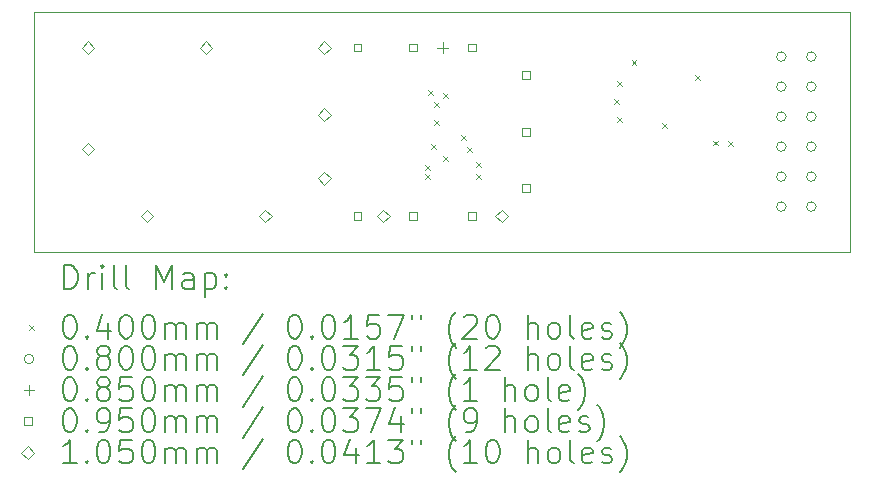
<source format=gbr>
%TF.GenerationSoftware,KiCad,Pcbnew,6.0.11-2627ca5db0~126~ubuntu20.04.1*%
%TF.CreationDate,2023-02-14T16:49:50+01:00*%
%TF.ProjectId,pmod_sfp,706d6f64-5f73-4667-902e-6b696361645f,rev?*%
%TF.SameCoordinates,Original*%
%TF.FileFunction,Drillmap*%
%TF.FilePolarity,Positive*%
%FSLAX45Y45*%
G04 Gerber Fmt 4.5, Leading zero omitted, Abs format (unit mm)*
G04 Created by KiCad (PCBNEW 6.0.11-2627ca5db0~126~ubuntu20.04.1) date 2023-02-14 16:49:50*
%MOMM*%
%LPD*%
G01*
G04 APERTURE LIST*
%ADD10C,0.100000*%
%ADD11C,0.200000*%
%ADD12C,0.040000*%
%ADD13C,0.080000*%
%ADD14C,0.085000*%
%ADD15C,0.095000*%
%ADD16C,0.105000*%
G04 APERTURE END LIST*
D10*
X17983200Y-8128000D02*
X11074400Y-8128000D01*
X11074400Y-8128000D02*
X11074400Y-6299200D01*
X11074400Y-6299200D02*
X11074400Y-6096000D01*
X11074400Y-6096000D02*
X17983200Y-6096000D01*
X17983200Y-6096000D02*
X17983200Y-8128000D01*
D11*
D12*
X14381800Y-7396800D02*
X14421800Y-7436800D01*
X14421800Y-7396800D02*
X14381800Y-7436800D01*
X14381800Y-7473000D02*
X14421800Y-7513000D01*
X14421800Y-7473000D02*
X14381800Y-7513000D01*
X14407200Y-6761800D02*
X14447200Y-6801800D01*
X14447200Y-6761800D02*
X14407200Y-6801800D01*
X14432600Y-7219000D02*
X14472600Y-7259000D01*
X14472600Y-7219000D02*
X14432600Y-7259000D01*
X14458000Y-6863400D02*
X14498000Y-6903400D01*
X14498000Y-6863400D02*
X14458000Y-6903400D01*
X14458000Y-7015800D02*
X14498000Y-7055800D01*
X14498000Y-7015800D02*
X14458000Y-7055800D01*
X14534200Y-6787200D02*
X14574200Y-6827200D01*
X14574200Y-6787200D02*
X14534200Y-6827200D01*
X14534200Y-7320600D02*
X14574200Y-7360600D01*
X14574200Y-7320600D02*
X14534200Y-7360600D01*
X14690044Y-7139285D02*
X14730044Y-7179285D01*
X14730044Y-7139285D02*
X14690044Y-7179285D01*
X14737400Y-7244400D02*
X14777400Y-7284400D01*
X14777400Y-7244400D02*
X14737400Y-7284400D01*
X14813600Y-7371400D02*
X14853600Y-7411400D01*
X14853600Y-7371400D02*
X14813600Y-7411400D01*
X14813600Y-7473000D02*
X14853600Y-7513000D01*
X14853600Y-7473000D02*
X14813600Y-7513000D01*
X15982000Y-6838000D02*
X16022000Y-6878000D01*
X16022000Y-6838000D02*
X15982000Y-6878000D01*
X16005737Y-6990590D02*
X16045737Y-7030590D01*
X16045737Y-6990590D02*
X16005737Y-7030590D01*
X16007400Y-6685600D02*
X16047400Y-6725600D01*
X16047400Y-6685600D02*
X16007400Y-6725600D01*
X16131600Y-6507800D02*
X16171600Y-6547800D01*
X16171600Y-6507800D02*
X16131600Y-6547800D01*
X16388830Y-7041630D02*
X16428830Y-7081630D01*
X16428830Y-7041630D02*
X16388830Y-7081630D01*
X16667800Y-6634800D02*
X16707800Y-6674800D01*
X16707800Y-6634800D02*
X16667800Y-6674800D01*
X16820200Y-7187350D02*
X16860200Y-7227350D01*
X16860200Y-7187350D02*
X16820200Y-7227350D01*
X16947200Y-7193600D02*
X16987200Y-7233600D01*
X16987200Y-7193600D02*
X16947200Y-7233600D01*
D13*
X17439000Y-6477000D02*
G75*
G03*
X17439000Y-6477000I-40000J0D01*
G01*
X17439000Y-6731000D02*
G75*
G03*
X17439000Y-6731000I-40000J0D01*
G01*
X17439000Y-6985000D02*
G75*
G03*
X17439000Y-6985000I-40000J0D01*
G01*
X17439000Y-7239000D02*
G75*
G03*
X17439000Y-7239000I-40000J0D01*
G01*
X17439000Y-7493000D02*
G75*
G03*
X17439000Y-7493000I-40000J0D01*
G01*
X17439000Y-7747000D02*
G75*
G03*
X17439000Y-7747000I-40000J0D01*
G01*
X17693000Y-6477000D02*
G75*
G03*
X17693000Y-6477000I-40000J0D01*
G01*
X17693000Y-6731000D02*
G75*
G03*
X17693000Y-6731000I-40000J0D01*
G01*
X17693000Y-6985000D02*
G75*
G03*
X17693000Y-6985000I-40000J0D01*
G01*
X17693000Y-7239000D02*
G75*
G03*
X17693000Y-7239000I-40000J0D01*
G01*
X17693000Y-7493000D02*
G75*
G03*
X17693000Y-7493000I-40000J0D01*
G01*
X17693000Y-7747000D02*
G75*
G03*
X17693000Y-7747000I-40000J0D01*
G01*
D14*
X14530000Y-6357000D02*
X14530000Y-6442000D01*
X14487500Y-6399500D02*
X14572500Y-6399500D01*
D15*
X13843588Y-6433088D02*
X13843588Y-6365912D01*
X13776412Y-6365912D01*
X13776412Y-6433088D01*
X13843588Y-6433088D01*
X13843588Y-7858088D02*
X13843588Y-7790912D01*
X13776412Y-7790912D01*
X13776412Y-7858088D01*
X13843588Y-7858088D01*
X14313588Y-6433088D02*
X14313588Y-6365912D01*
X14246412Y-6365912D01*
X14246412Y-6433088D01*
X14313588Y-6433088D01*
X14313588Y-7858088D02*
X14313588Y-7790912D01*
X14246412Y-7790912D01*
X14246412Y-7858088D01*
X14313588Y-7858088D01*
X14813588Y-6433088D02*
X14813588Y-6365912D01*
X14746412Y-6365912D01*
X14746412Y-6433088D01*
X14813588Y-6433088D01*
X14813588Y-7858088D02*
X14813588Y-7790912D01*
X14746412Y-7790912D01*
X14746412Y-7858088D01*
X14813588Y-7858088D01*
X15273588Y-6665588D02*
X15273588Y-6598412D01*
X15206412Y-6598412D01*
X15206412Y-6665588D01*
X15273588Y-6665588D01*
X15273588Y-7145588D02*
X15273588Y-7078412D01*
X15206412Y-7078412D01*
X15206412Y-7145588D01*
X15273588Y-7145588D01*
X15273588Y-7625588D02*
X15273588Y-7558412D01*
X15206412Y-7558412D01*
X15206412Y-7625588D01*
X15273588Y-7625588D01*
D16*
X11530000Y-6452000D02*
X11582500Y-6399500D01*
X11530000Y-6347000D01*
X11477500Y-6399500D01*
X11530000Y-6452000D01*
X11530000Y-7309500D02*
X11582500Y-7257000D01*
X11530000Y-7204500D01*
X11477500Y-7257000D01*
X11530000Y-7309500D01*
X12030000Y-7877000D02*
X12082500Y-7824500D01*
X12030000Y-7772000D01*
X11977500Y-7824500D01*
X12030000Y-7877000D01*
X12530000Y-6452000D02*
X12582500Y-6399500D01*
X12530000Y-6347000D01*
X12477500Y-6399500D01*
X12530000Y-6452000D01*
X13030000Y-7877000D02*
X13082500Y-7824500D01*
X13030000Y-7772000D01*
X12977500Y-7824500D01*
X13030000Y-7877000D01*
X13530000Y-6452000D02*
X13582500Y-6399500D01*
X13530000Y-6347000D01*
X13477500Y-6399500D01*
X13530000Y-6452000D01*
X13530000Y-7019500D02*
X13582500Y-6967000D01*
X13530000Y-6914500D01*
X13477500Y-6967000D01*
X13530000Y-7019500D01*
X13530000Y-7559500D02*
X13582500Y-7507000D01*
X13530000Y-7454500D01*
X13477500Y-7507000D01*
X13530000Y-7559500D01*
X14030000Y-7877000D02*
X14082500Y-7824500D01*
X14030000Y-7772000D01*
X13977500Y-7824500D01*
X14030000Y-7877000D01*
X15030000Y-7877000D02*
X15082500Y-7824500D01*
X15030000Y-7772000D01*
X14977500Y-7824500D01*
X15030000Y-7877000D01*
D11*
X11327019Y-8443476D02*
X11327019Y-8243476D01*
X11374638Y-8243476D01*
X11403209Y-8253000D01*
X11422257Y-8272048D01*
X11431781Y-8291095D01*
X11441305Y-8329190D01*
X11441305Y-8357762D01*
X11431781Y-8395857D01*
X11422257Y-8414905D01*
X11403209Y-8433952D01*
X11374638Y-8443476D01*
X11327019Y-8443476D01*
X11527019Y-8443476D02*
X11527019Y-8310143D01*
X11527019Y-8348238D02*
X11536543Y-8329190D01*
X11546067Y-8319667D01*
X11565114Y-8310143D01*
X11584162Y-8310143D01*
X11650828Y-8443476D02*
X11650828Y-8310143D01*
X11650828Y-8243476D02*
X11641305Y-8253000D01*
X11650828Y-8262524D01*
X11660352Y-8253000D01*
X11650828Y-8243476D01*
X11650828Y-8262524D01*
X11774638Y-8443476D02*
X11755590Y-8433952D01*
X11746067Y-8414905D01*
X11746067Y-8243476D01*
X11879400Y-8443476D02*
X11860352Y-8433952D01*
X11850828Y-8414905D01*
X11850828Y-8243476D01*
X12107971Y-8443476D02*
X12107971Y-8243476D01*
X12174638Y-8386333D01*
X12241305Y-8243476D01*
X12241305Y-8443476D01*
X12422257Y-8443476D02*
X12422257Y-8338714D01*
X12412733Y-8319667D01*
X12393686Y-8310143D01*
X12355590Y-8310143D01*
X12336543Y-8319667D01*
X12422257Y-8433952D02*
X12403209Y-8443476D01*
X12355590Y-8443476D01*
X12336543Y-8433952D01*
X12327019Y-8414905D01*
X12327019Y-8395857D01*
X12336543Y-8376809D01*
X12355590Y-8367286D01*
X12403209Y-8367286D01*
X12422257Y-8357762D01*
X12517495Y-8310143D02*
X12517495Y-8510143D01*
X12517495Y-8319667D02*
X12536543Y-8310143D01*
X12574638Y-8310143D01*
X12593686Y-8319667D01*
X12603209Y-8329190D01*
X12612733Y-8348238D01*
X12612733Y-8405381D01*
X12603209Y-8424429D01*
X12593686Y-8433952D01*
X12574638Y-8443476D01*
X12536543Y-8443476D01*
X12517495Y-8433952D01*
X12698448Y-8424429D02*
X12707971Y-8433952D01*
X12698448Y-8443476D01*
X12688924Y-8433952D01*
X12698448Y-8424429D01*
X12698448Y-8443476D01*
X12698448Y-8319667D02*
X12707971Y-8329190D01*
X12698448Y-8338714D01*
X12688924Y-8329190D01*
X12698448Y-8319667D01*
X12698448Y-8338714D01*
D12*
X11029400Y-8753000D02*
X11069400Y-8793000D01*
X11069400Y-8753000D02*
X11029400Y-8793000D01*
D11*
X11365114Y-8663476D02*
X11384162Y-8663476D01*
X11403209Y-8673000D01*
X11412733Y-8682524D01*
X11422257Y-8701571D01*
X11431781Y-8739667D01*
X11431781Y-8787286D01*
X11422257Y-8825381D01*
X11412733Y-8844429D01*
X11403209Y-8853952D01*
X11384162Y-8863476D01*
X11365114Y-8863476D01*
X11346067Y-8853952D01*
X11336543Y-8844429D01*
X11327019Y-8825381D01*
X11317495Y-8787286D01*
X11317495Y-8739667D01*
X11327019Y-8701571D01*
X11336543Y-8682524D01*
X11346067Y-8673000D01*
X11365114Y-8663476D01*
X11517495Y-8844429D02*
X11527019Y-8853952D01*
X11517495Y-8863476D01*
X11507971Y-8853952D01*
X11517495Y-8844429D01*
X11517495Y-8863476D01*
X11698448Y-8730143D02*
X11698448Y-8863476D01*
X11650828Y-8653952D02*
X11603209Y-8796810D01*
X11727019Y-8796810D01*
X11841305Y-8663476D02*
X11860352Y-8663476D01*
X11879400Y-8673000D01*
X11888924Y-8682524D01*
X11898448Y-8701571D01*
X11907971Y-8739667D01*
X11907971Y-8787286D01*
X11898448Y-8825381D01*
X11888924Y-8844429D01*
X11879400Y-8853952D01*
X11860352Y-8863476D01*
X11841305Y-8863476D01*
X11822257Y-8853952D01*
X11812733Y-8844429D01*
X11803209Y-8825381D01*
X11793686Y-8787286D01*
X11793686Y-8739667D01*
X11803209Y-8701571D01*
X11812733Y-8682524D01*
X11822257Y-8673000D01*
X11841305Y-8663476D01*
X12031781Y-8663476D02*
X12050828Y-8663476D01*
X12069876Y-8673000D01*
X12079400Y-8682524D01*
X12088924Y-8701571D01*
X12098448Y-8739667D01*
X12098448Y-8787286D01*
X12088924Y-8825381D01*
X12079400Y-8844429D01*
X12069876Y-8853952D01*
X12050828Y-8863476D01*
X12031781Y-8863476D01*
X12012733Y-8853952D01*
X12003209Y-8844429D01*
X11993686Y-8825381D01*
X11984162Y-8787286D01*
X11984162Y-8739667D01*
X11993686Y-8701571D01*
X12003209Y-8682524D01*
X12012733Y-8673000D01*
X12031781Y-8663476D01*
X12184162Y-8863476D02*
X12184162Y-8730143D01*
X12184162Y-8749190D02*
X12193686Y-8739667D01*
X12212733Y-8730143D01*
X12241305Y-8730143D01*
X12260352Y-8739667D01*
X12269876Y-8758714D01*
X12269876Y-8863476D01*
X12269876Y-8758714D02*
X12279400Y-8739667D01*
X12298448Y-8730143D01*
X12327019Y-8730143D01*
X12346067Y-8739667D01*
X12355590Y-8758714D01*
X12355590Y-8863476D01*
X12450828Y-8863476D02*
X12450828Y-8730143D01*
X12450828Y-8749190D02*
X12460352Y-8739667D01*
X12479400Y-8730143D01*
X12507971Y-8730143D01*
X12527019Y-8739667D01*
X12536543Y-8758714D01*
X12536543Y-8863476D01*
X12536543Y-8758714D02*
X12546067Y-8739667D01*
X12565114Y-8730143D01*
X12593686Y-8730143D01*
X12612733Y-8739667D01*
X12622257Y-8758714D01*
X12622257Y-8863476D01*
X13012733Y-8653952D02*
X12841305Y-8911095D01*
X13269876Y-8663476D02*
X13288924Y-8663476D01*
X13307971Y-8673000D01*
X13317495Y-8682524D01*
X13327019Y-8701571D01*
X13336543Y-8739667D01*
X13336543Y-8787286D01*
X13327019Y-8825381D01*
X13317495Y-8844429D01*
X13307971Y-8853952D01*
X13288924Y-8863476D01*
X13269876Y-8863476D01*
X13250828Y-8853952D01*
X13241305Y-8844429D01*
X13231781Y-8825381D01*
X13222257Y-8787286D01*
X13222257Y-8739667D01*
X13231781Y-8701571D01*
X13241305Y-8682524D01*
X13250828Y-8673000D01*
X13269876Y-8663476D01*
X13422257Y-8844429D02*
X13431781Y-8853952D01*
X13422257Y-8863476D01*
X13412733Y-8853952D01*
X13422257Y-8844429D01*
X13422257Y-8863476D01*
X13555590Y-8663476D02*
X13574638Y-8663476D01*
X13593686Y-8673000D01*
X13603209Y-8682524D01*
X13612733Y-8701571D01*
X13622257Y-8739667D01*
X13622257Y-8787286D01*
X13612733Y-8825381D01*
X13603209Y-8844429D01*
X13593686Y-8853952D01*
X13574638Y-8863476D01*
X13555590Y-8863476D01*
X13536543Y-8853952D01*
X13527019Y-8844429D01*
X13517495Y-8825381D01*
X13507971Y-8787286D01*
X13507971Y-8739667D01*
X13517495Y-8701571D01*
X13527019Y-8682524D01*
X13536543Y-8673000D01*
X13555590Y-8663476D01*
X13812733Y-8863476D02*
X13698448Y-8863476D01*
X13755590Y-8863476D02*
X13755590Y-8663476D01*
X13736543Y-8692048D01*
X13717495Y-8711095D01*
X13698448Y-8720619D01*
X13993686Y-8663476D02*
X13898448Y-8663476D01*
X13888924Y-8758714D01*
X13898448Y-8749190D01*
X13917495Y-8739667D01*
X13965114Y-8739667D01*
X13984162Y-8749190D01*
X13993686Y-8758714D01*
X14003209Y-8777762D01*
X14003209Y-8825381D01*
X13993686Y-8844429D01*
X13984162Y-8853952D01*
X13965114Y-8863476D01*
X13917495Y-8863476D01*
X13898448Y-8853952D01*
X13888924Y-8844429D01*
X14069876Y-8663476D02*
X14203209Y-8663476D01*
X14117495Y-8863476D01*
X14269876Y-8663476D02*
X14269876Y-8701571D01*
X14346067Y-8663476D02*
X14346067Y-8701571D01*
X14641305Y-8939667D02*
X14631781Y-8930143D01*
X14612733Y-8901571D01*
X14603209Y-8882524D01*
X14593686Y-8853952D01*
X14584162Y-8806333D01*
X14584162Y-8768238D01*
X14593686Y-8720619D01*
X14603209Y-8692048D01*
X14612733Y-8673000D01*
X14631781Y-8644429D01*
X14641305Y-8634905D01*
X14707971Y-8682524D02*
X14717495Y-8673000D01*
X14736543Y-8663476D01*
X14784162Y-8663476D01*
X14803209Y-8673000D01*
X14812733Y-8682524D01*
X14822257Y-8701571D01*
X14822257Y-8720619D01*
X14812733Y-8749190D01*
X14698448Y-8863476D01*
X14822257Y-8863476D01*
X14946067Y-8663476D02*
X14965114Y-8663476D01*
X14984162Y-8673000D01*
X14993686Y-8682524D01*
X15003209Y-8701571D01*
X15012733Y-8739667D01*
X15012733Y-8787286D01*
X15003209Y-8825381D01*
X14993686Y-8844429D01*
X14984162Y-8853952D01*
X14965114Y-8863476D01*
X14946067Y-8863476D01*
X14927019Y-8853952D01*
X14917495Y-8844429D01*
X14907971Y-8825381D01*
X14898448Y-8787286D01*
X14898448Y-8739667D01*
X14907971Y-8701571D01*
X14917495Y-8682524D01*
X14927019Y-8673000D01*
X14946067Y-8663476D01*
X15250828Y-8863476D02*
X15250828Y-8663476D01*
X15336543Y-8863476D02*
X15336543Y-8758714D01*
X15327019Y-8739667D01*
X15307971Y-8730143D01*
X15279400Y-8730143D01*
X15260352Y-8739667D01*
X15250828Y-8749190D01*
X15460352Y-8863476D02*
X15441305Y-8853952D01*
X15431781Y-8844429D01*
X15422257Y-8825381D01*
X15422257Y-8768238D01*
X15431781Y-8749190D01*
X15441305Y-8739667D01*
X15460352Y-8730143D01*
X15488924Y-8730143D01*
X15507971Y-8739667D01*
X15517495Y-8749190D01*
X15527019Y-8768238D01*
X15527019Y-8825381D01*
X15517495Y-8844429D01*
X15507971Y-8853952D01*
X15488924Y-8863476D01*
X15460352Y-8863476D01*
X15641305Y-8863476D02*
X15622257Y-8853952D01*
X15612733Y-8834905D01*
X15612733Y-8663476D01*
X15793686Y-8853952D02*
X15774638Y-8863476D01*
X15736543Y-8863476D01*
X15717495Y-8853952D01*
X15707971Y-8834905D01*
X15707971Y-8758714D01*
X15717495Y-8739667D01*
X15736543Y-8730143D01*
X15774638Y-8730143D01*
X15793686Y-8739667D01*
X15803209Y-8758714D01*
X15803209Y-8777762D01*
X15707971Y-8796810D01*
X15879400Y-8853952D02*
X15898448Y-8863476D01*
X15936543Y-8863476D01*
X15955590Y-8853952D01*
X15965114Y-8834905D01*
X15965114Y-8825381D01*
X15955590Y-8806333D01*
X15936543Y-8796810D01*
X15907971Y-8796810D01*
X15888924Y-8787286D01*
X15879400Y-8768238D01*
X15879400Y-8758714D01*
X15888924Y-8739667D01*
X15907971Y-8730143D01*
X15936543Y-8730143D01*
X15955590Y-8739667D01*
X16031781Y-8939667D02*
X16041305Y-8930143D01*
X16060352Y-8901571D01*
X16069876Y-8882524D01*
X16079400Y-8853952D01*
X16088924Y-8806333D01*
X16088924Y-8768238D01*
X16079400Y-8720619D01*
X16069876Y-8692048D01*
X16060352Y-8673000D01*
X16041305Y-8644429D01*
X16031781Y-8634905D01*
D13*
X11069400Y-9037000D02*
G75*
G03*
X11069400Y-9037000I-40000J0D01*
G01*
D11*
X11365114Y-8927476D02*
X11384162Y-8927476D01*
X11403209Y-8937000D01*
X11412733Y-8946524D01*
X11422257Y-8965571D01*
X11431781Y-9003667D01*
X11431781Y-9051286D01*
X11422257Y-9089381D01*
X11412733Y-9108429D01*
X11403209Y-9117952D01*
X11384162Y-9127476D01*
X11365114Y-9127476D01*
X11346067Y-9117952D01*
X11336543Y-9108429D01*
X11327019Y-9089381D01*
X11317495Y-9051286D01*
X11317495Y-9003667D01*
X11327019Y-8965571D01*
X11336543Y-8946524D01*
X11346067Y-8937000D01*
X11365114Y-8927476D01*
X11517495Y-9108429D02*
X11527019Y-9117952D01*
X11517495Y-9127476D01*
X11507971Y-9117952D01*
X11517495Y-9108429D01*
X11517495Y-9127476D01*
X11641305Y-9013190D02*
X11622257Y-9003667D01*
X11612733Y-8994143D01*
X11603209Y-8975095D01*
X11603209Y-8965571D01*
X11612733Y-8946524D01*
X11622257Y-8937000D01*
X11641305Y-8927476D01*
X11679400Y-8927476D01*
X11698448Y-8937000D01*
X11707971Y-8946524D01*
X11717495Y-8965571D01*
X11717495Y-8975095D01*
X11707971Y-8994143D01*
X11698448Y-9003667D01*
X11679400Y-9013190D01*
X11641305Y-9013190D01*
X11622257Y-9022714D01*
X11612733Y-9032238D01*
X11603209Y-9051286D01*
X11603209Y-9089381D01*
X11612733Y-9108429D01*
X11622257Y-9117952D01*
X11641305Y-9127476D01*
X11679400Y-9127476D01*
X11698448Y-9117952D01*
X11707971Y-9108429D01*
X11717495Y-9089381D01*
X11717495Y-9051286D01*
X11707971Y-9032238D01*
X11698448Y-9022714D01*
X11679400Y-9013190D01*
X11841305Y-8927476D02*
X11860352Y-8927476D01*
X11879400Y-8937000D01*
X11888924Y-8946524D01*
X11898448Y-8965571D01*
X11907971Y-9003667D01*
X11907971Y-9051286D01*
X11898448Y-9089381D01*
X11888924Y-9108429D01*
X11879400Y-9117952D01*
X11860352Y-9127476D01*
X11841305Y-9127476D01*
X11822257Y-9117952D01*
X11812733Y-9108429D01*
X11803209Y-9089381D01*
X11793686Y-9051286D01*
X11793686Y-9003667D01*
X11803209Y-8965571D01*
X11812733Y-8946524D01*
X11822257Y-8937000D01*
X11841305Y-8927476D01*
X12031781Y-8927476D02*
X12050828Y-8927476D01*
X12069876Y-8937000D01*
X12079400Y-8946524D01*
X12088924Y-8965571D01*
X12098448Y-9003667D01*
X12098448Y-9051286D01*
X12088924Y-9089381D01*
X12079400Y-9108429D01*
X12069876Y-9117952D01*
X12050828Y-9127476D01*
X12031781Y-9127476D01*
X12012733Y-9117952D01*
X12003209Y-9108429D01*
X11993686Y-9089381D01*
X11984162Y-9051286D01*
X11984162Y-9003667D01*
X11993686Y-8965571D01*
X12003209Y-8946524D01*
X12012733Y-8937000D01*
X12031781Y-8927476D01*
X12184162Y-9127476D02*
X12184162Y-8994143D01*
X12184162Y-9013190D02*
X12193686Y-9003667D01*
X12212733Y-8994143D01*
X12241305Y-8994143D01*
X12260352Y-9003667D01*
X12269876Y-9022714D01*
X12269876Y-9127476D01*
X12269876Y-9022714D02*
X12279400Y-9003667D01*
X12298448Y-8994143D01*
X12327019Y-8994143D01*
X12346067Y-9003667D01*
X12355590Y-9022714D01*
X12355590Y-9127476D01*
X12450828Y-9127476D02*
X12450828Y-8994143D01*
X12450828Y-9013190D02*
X12460352Y-9003667D01*
X12479400Y-8994143D01*
X12507971Y-8994143D01*
X12527019Y-9003667D01*
X12536543Y-9022714D01*
X12536543Y-9127476D01*
X12536543Y-9022714D02*
X12546067Y-9003667D01*
X12565114Y-8994143D01*
X12593686Y-8994143D01*
X12612733Y-9003667D01*
X12622257Y-9022714D01*
X12622257Y-9127476D01*
X13012733Y-8917952D02*
X12841305Y-9175095D01*
X13269876Y-8927476D02*
X13288924Y-8927476D01*
X13307971Y-8937000D01*
X13317495Y-8946524D01*
X13327019Y-8965571D01*
X13336543Y-9003667D01*
X13336543Y-9051286D01*
X13327019Y-9089381D01*
X13317495Y-9108429D01*
X13307971Y-9117952D01*
X13288924Y-9127476D01*
X13269876Y-9127476D01*
X13250828Y-9117952D01*
X13241305Y-9108429D01*
X13231781Y-9089381D01*
X13222257Y-9051286D01*
X13222257Y-9003667D01*
X13231781Y-8965571D01*
X13241305Y-8946524D01*
X13250828Y-8937000D01*
X13269876Y-8927476D01*
X13422257Y-9108429D02*
X13431781Y-9117952D01*
X13422257Y-9127476D01*
X13412733Y-9117952D01*
X13422257Y-9108429D01*
X13422257Y-9127476D01*
X13555590Y-8927476D02*
X13574638Y-8927476D01*
X13593686Y-8937000D01*
X13603209Y-8946524D01*
X13612733Y-8965571D01*
X13622257Y-9003667D01*
X13622257Y-9051286D01*
X13612733Y-9089381D01*
X13603209Y-9108429D01*
X13593686Y-9117952D01*
X13574638Y-9127476D01*
X13555590Y-9127476D01*
X13536543Y-9117952D01*
X13527019Y-9108429D01*
X13517495Y-9089381D01*
X13507971Y-9051286D01*
X13507971Y-9003667D01*
X13517495Y-8965571D01*
X13527019Y-8946524D01*
X13536543Y-8937000D01*
X13555590Y-8927476D01*
X13688924Y-8927476D02*
X13812733Y-8927476D01*
X13746067Y-9003667D01*
X13774638Y-9003667D01*
X13793686Y-9013190D01*
X13803209Y-9022714D01*
X13812733Y-9041762D01*
X13812733Y-9089381D01*
X13803209Y-9108429D01*
X13793686Y-9117952D01*
X13774638Y-9127476D01*
X13717495Y-9127476D01*
X13698448Y-9117952D01*
X13688924Y-9108429D01*
X14003209Y-9127476D02*
X13888924Y-9127476D01*
X13946067Y-9127476D02*
X13946067Y-8927476D01*
X13927019Y-8956048D01*
X13907971Y-8975095D01*
X13888924Y-8984619D01*
X14184162Y-8927476D02*
X14088924Y-8927476D01*
X14079400Y-9022714D01*
X14088924Y-9013190D01*
X14107971Y-9003667D01*
X14155590Y-9003667D01*
X14174638Y-9013190D01*
X14184162Y-9022714D01*
X14193686Y-9041762D01*
X14193686Y-9089381D01*
X14184162Y-9108429D01*
X14174638Y-9117952D01*
X14155590Y-9127476D01*
X14107971Y-9127476D01*
X14088924Y-9117952D01*
X14079400Y-9108429D01*
X14269876Y-8927476D02*
X14269876Y-8965571D01*
X14346067Y-8927476D02*
X14346067Y-8965571D01*
X14641305Y-9203667D02*
X14631781Y-9194143D01*
X14612733Y-9165571D01*
X14603209Y-9146524D01*
X14593686Y-9117952D01*
X14584162Y-9070333D01*
X14584162Y-9032238D01*
X14593686Y-8984619D01*
X14603209Y-8956048D01*
X14612733Y-8937000D01*
X14631781Y-8908429D01*
X14641305Y-8898905D01*
X14822257Y-9127476D02*
X14707971Y-9127476D01*
X14765114Y-9127476D02*
X14765114Y-8927476D01*
X14746067Y-8956048D01*
X14727019Y-8975095D01*
X14707971Y-8984619D01*
X14898448Y-8946524D02*
X14907971Y-8937000D01*
X14927019Y-8927476D01*
X14974638Y-8927476D01*
X14993686Y-8937000D01*
X15003209Y-8946524D01*
X15012733Y-8965571D01*
X15012733Y-8984619D01*
X15003209Y-9013190D01*
X14888924Y-9127476D01*
X15012733Y-9127476D01*
X15250828Y-9127476D02*
X15250828Y-8927476D01*
X15336543Y-9127476D02*
X15336543Y-9022714D01*
X15327019Y-9003667D01*
X15307971Y-8994143D01*
X15279400Y-8994143D01*
X15260352Y-9003667D01*
X15250828Y-9013190D01*
X15460352Y-9127476D02*
X15441305Y-9117952D01*
X15431781Y-9108429D01*
X15422257Y-9089381D01*
X15422257Y-9032238D01*
X15431781Y-9013190D01*
X15441305Y-9003667D01*
X15460352Y-8994143D01*
X15488924Y-8994143D01*
X15507971Y-9003667D01*
X15517495Y-9013190D01*
X15527019Y-9032238D01*
X15527019Y-9089381D01*
X15517495Y-9108429D01*
X15507971Y-9117952D01*
X15488924Y-9127476D01*
X15460352Y-9127476D01*
X15641305Y-9127476D02*
X15622257Y-9117952D01*
X15612733Y-9098905D01*
X15612733Y-8927476D01*
X15793686Y-9117952D02*
X15774638Y-9127476D01*
X15736543Y-9127476D01*
X15717495Y-9117952D01*
X15707971Y-9098905D01*
X15707971Y-9022714D01*
X15717495Y-9003667D01*
X15736543Y-8994143D01*
X15774638Y-8994143D01*
X15793686Y-9003667D01*
X15803209Y-9022714D01*
X15803209Y-9041762D01*
X15707971Y-9060810D01*
X15879400Y-9117952D02*
X15898448Y-9127476D01*
X15936543Y-9127476D01*
X15955590Y-9117952D01*
X15965114Y-9098905D01*
X15965114Y-9089381D01*
X15955590Y-9070333D01*
X15936543Y-9060810D01*
X15907971Y-9060810D01*
X15888924Y-9051286D01*
X15879400Y-9032238D01*
X15879400Y-9022714D01*
X15888924Y-9003667D01*
X15907971Y-8994143D01*
X15936543Y-8994143D01*
X15955590Y-9003667D01*
X16031781Y-9203667D02*
X16041305Y-9194143D01*
X16060352Y-9165571D01*
X16069876Y-9146524D01*
X16079400Y-9117952D01*
X16088924Y-9070333D01*
X16088924Y-9032238D01*
X16079400Y-8984619D01*
X16069876Y-8956048D01*
X16060352Y-8937000D01*
X16041305Y-8908429D01*
X16031781Y-8898905D01*
D14*
X11026900Y-9258500D02*
X11026900Y-9343500D01*
X10984400Y-9301000D02*
X11069400Y-9301000D01*
D11*
X11365114Y-9191476D02*
X11384162Y-9191476D01*
X11403209Y-9201000D01*
X11412733Y-9210524D01*
X11422257Y-9229571D01*
X11431781Y-9267667D01*
X11431781Y-9315286D01*
X11422257Y-9353381D01*
X11412733Y-9372429D01*
X11403209Y-9381952D01*
X11384162Y-9391476D01*
X11365114Y-9391476D01*
X11346067Y-9381952D01*
X11336543Y-9372429D01*
X11327019Y-9353381D01*
X11317495Y-9315286D01*
X11317495Y-9267667D01*
X11327019Y-9229571D01*
X11336543Y-9210524D01*
X11346067Y-9201000D01*
X11365114Y-9191476D01*
X11517495Y-9372429D02*
X11527019Y-9381952D01*
X11517495Y-9391476D01*
X11507971Y-9381952D01*
X11517495Y-9372429D01*
X11517495Y-9391476D01*
X11641305Y-9277190D02*
X11622257Y-9267667D01*
X11612733Y-9258143D01*
X11603209Y-9239095D01*
X11603209Y-9229571D01*
X11612733Y-9210524D01*
X11622257Y-9201000D01*
X11641305Y-9191476D01*
X11679400Y-9191476D01*
X11698448Y-9201000D01*
X11707971Y-9210524D01*
X11717495Y-9229571D01*
X11717495Y-9239095D01*
X11707971Y-9258143D01*
X11698448Y-9267667D01*
X11679400Y-9277190D01*
X11641305Y-9277190D01*
X11622257Y-9286714D01*
X11612733Y-9296238D01*
X11603209Y-9315286D01*
X11603209Y-9353381D01*
X11612733Y-9372429D01*
X11622257Y-9381952D01*
X11641305Y-9391476D01*
X11679400Y-9391476D01*
X11698448Y-9381952D01*
X11707971Y-9372429D01*
X11717495Y-9353381D01*
X11717495Y-9315286D01*
X11707971Y-9296238D01*
X11698448Y-9286714D01*
X11679400Y-9277190D01*
X11898448Y-9191476D02*
X11803209Y-9191476D01*
X11793686Y-9286714D01*
X11803209Y-9277190D01*
X11822257Y-9267667D01*
X11869876Y-9267667D01*
X11888924Y-9277190D01*
X11898448Y-9286714D01*
X11907971Y-9305762D01*
X11907971Y-9353381D01*
X11898448Y-9372429D01*
X11888924Y-9381952D01*
X11869876Y-9391476D01*
X11822257Y-9391476D01*
X11803209Y-9381952D01*
X11793686Y-9372429D01*
X12031781Y-9191476D02*
X12050828Y-9191476D01*
X12069876Y-9201000D01*
X12079400Y-9210524D01*
X12088924Y-9229571D01*
X12098448Y-9267667D01*
X12098448Y-9315286D01*
X12088924Y-9353381D01*
X12079400Y-9372429D01*
X12069876Y-9381952D01*
X12050828Y-9391476D01*
X12031781Y-9391476D01*
X12012733Y-9381952D01*
X12003209Y-9372429D01*
X11993686Y-9353381D01*
X11984162Y-9315286D01*
X11984162Y-9267667D01*
X11993686Y-9229571D01*
X12003209Y-9210524D01*
X12012733Y-9201000D01*
X12031781Y-9191476D01*
X12184162Y-9391476D02*
X12184162Y-9258143D01*
X12184162Y-9277190D02*
X12193686Y-9267667D01*
X12212733Y-9258143D01*
X12241305Y-9258143D01*
X12260352Y-9267667D01*
X12269876Y-9286714D01*
X12269876Y-9391476D01*
X12269876Y-9286714D02*
X12279400Y-9267667D01*
X12298448Y-9258143D01*
X12327019Y-9258143D01*
X12346067Y-9267667D01*
X12355590Y-9286714D01*
X12355590Y-9391476D01*
X12450828Y-9391476D02*
X12450828Y-9258143D01*
X12450828Y-9277190D02*
X12460352Y-9267667D01*
X12479400Y-9258143D01*
X12507971Y-9258143D01*
X12527019Y-9267667D01*
X12536543Y-9286714D01*
X12536543Y-9391476D01*
X12536543Y-9286714D02*
X12546067Y-9267667D01*
X12565114Y-9258143D01*
X12593686Y-9258143D01*
X12612733Y-9267667D01*
X12622257Y-9286714D01*
X12622257Y-9391476D01*
X13012733Y-9181952D02*
X12841305Y-9439095D01*
X13269876Y-9191476D02*
X13288924Y-9191476D01*
X13307971Y-9201000D01*
X13317495Y-9210524D01*
X13327019Y-9229571D01*
X13336543Y-9267667D01*
X13336543Y-9315286D01*
X13327019Y-9353381D01*
X13317495Y-9372429D01*
X13307971Y-9381952D01*
X13288924Y-9391476D01*
X13269876Y-9391476D01*
X13250828Y-9381952D01*
X13241305Y-9372429D01*
X13231781Y-9353381D01*
X13222257Y-9315286D01*
X13222257Y-9267667D01*
X13231781Y-9229571D01*
X13241305Y-9210524D01*
X13250828Y-9201000D01*
X13269876Y-9191476D01*
X13422257Y-9372429D02*
X13431781Y-9381952D01*
X13422257Y-9391476D01*
X13412733Y-9381952D01*
X13422257Y-9372429D01*
X13422257Y-9391476D01*
X13555590Y-9191476D02*
X13574638Y-9191476D01*
X13593686Y-9201000D01*
X13603209Y-9210524D01*
X13612733Y-9229571D01*
X13622257Y-9267667D01*
X13622257Y-9315286D01*
X13612733Y-9353381D01*
X13603209Y-9372429D01*
X13593686Y-9381952D01*
X13574638Y-9391476D01*
X13555590Y-9391476D01*
X13536543Y-9381952D01*
X13527019Y-9372429D01*
X13517495Y-9353381D01*
X13507971Y-9315286D01*
X13507971Y-9267667D01*
X13517495Y-9229571D01*
X13527019Y-9210524D01*
X13536543Y-9201000D01*
X13555590Y-9191476D01*
X13688924Y-9191476D02*
X13812733Y-9191476D01*
X13746067Y-9267667D01*
X13774638Y-9267667D01*
X13793686Y-9277190D01*
X13803209Y-9286714D01*
X13812733Y-9305762D01*
X13812733Y-9353381D01*
X13803209Y-9372429D01*
X13793686Y-9381952D01*
X13774638Y-9391476D01*
X13717495Y-9391476D01*
X13698448Y-9381952D01*
X13688924Y-9372429D01*
X13879400Y-9191476D02*
X14003209Y-9191476D01*
X13936543Y-9267667D01*
X13965114Y-9267667D01*
X13984162Y-9277190D01*
X13993686Y-9286714D01*
X14003209Y-9305762D01*
X14003209Y-9353381D01*
X13993686Y-9372429D01*
X13984162Y-9381952D01*
X13965114Y-9391476D01*
X13907971Y-9391476D01*
X13888924Y-9381952D01*
X13879400Y-9372429D01*
X14184162Y-9191476D02*
X14088924Y-9191476D01*
X14079400Y-9286714D01*
X14088924Y-9277190D01*
X14107971Y-9267667D01*
X14155590Y-9267667D01*
X14174638Y-9277190D01*
X14184162Y-9286714D01*
X14193686Y-9305762D01*
X14193686Y-9353381D01*
X14184162Y-9372429D01*
X14174638Y-9381952D01*
X14155590Y-9391476D01*
X14107971Y-9391476D01*
X14088924Y-9381952D01*
X14079400Y-9372429D01*
X14269876Y-9191476D02*
X14269876Y-9229571D01*
X14346067Y-9191476D02*
X14346067Y-9229571D01*
X14641305Y-9467667D02*
X14631781Y-9458143D01*
X14612733Y-9429571D01*
X14603209Y-9410524D01*
X14593686Y-9381952D01*
X14584162Y-9334333D01*
X14584162Y-9296238D01*
X14593686Y-9248619D01*
X14603209Y-9220048D01*
X14612733Y-9201000D01*
X14631781Y-9172429D01*
X14641305Y-9162905D01*
X14822257Y-9391476D02*
X14707971Y-9391476D01*
X14765114Y-9391476D02*
X14765114Y-9191476D01*
X14746067Y-9220048D01*
X14727019Y-9239095D01*
X14707971Y-9248619D01*
X15060352Y-9391476D02*
X15060352Y-9191476D01*
X15146067Y-9391476D02*
X15146067Y-9286714D01*
X15136543Y-9267667D01*
X15117495Y-9258143D01*
X15088924Y-9258143D01*
X15069876Y-9267667D01*
X15060352Y-9277190D01*
X15269876Y-9391476D02*
X15250828Y-9381952D01*
X15241305Y-9372429D01*
X15231781Y-9353381D01*
X15231781Y-9296238D01*
X15241305Y-9277190D01*
X15250828Y-9267667D01*
X15269876Y-9258143D01*
X15298448Y-9258143D01*
X15317495Y-9267667D01*
X15327019Y-9277190D01*
X15336543Y-9296238D01*
X15336543Y-9353381D01*
X15327019Y-9372429D01*
X15317495Y-9381952D01*
X15298448Y-9391476D01*
X15269876Y-9391476D01*
X15450828Y-9391476D02*
X15431781Y-9381952D01*
X15422257Y-9362905D01*
X15422257Y-9191476D01*
X15603209Y-9381952D02*
X15584162Y-9391476D01*
X15546067Y-9391476D01*
X15527019Y-9381952D01*
X15517495Y-9362905D01*
X15517495Y-9286714D01*
X15527019Y-9267667D01*
X15546067Y-9258143D01*
X15584162Y-9258143D01*
X15603209Y-9267667D01*
X15612733Y-9286714D01*
X15612733Y-9305762D01*
X15517495Y-9324810D01*
X15679400Y-9467667D02*
X15688924Y-9458143D01*
X15707971Y-9429571D01*
X15717495Y-9410524D01*
X15727019Y-9381952D01*
X15736543Y-9334333D01*
X15736543Y-9296238D01*
X15727019Y-9248619D01*
X15717495Y-9220048D01*
X15707971Y-9201000D01*
X15688924Y-9172429D01*
X15679400Y-9162905D01*
D15*
X11055488Y-9598588D02*
X11055488Y-9531412D01*
X10988312Y-9531412D01*
X10988312Y-9598588D01*
X11055488Y-9598588D01*
D11*
X11365114Y-9455476D02*
X11384162Y-9455476D01*
X11403209Y-9465000D01*
X11412733Y-9474524D01*
X11422257Y-9493571D01*
X11431781Y-9531667D01*
X11431781Y-9579286D01*
X11422257Y-9617381D01*
X11412733Y-9636429D01*
X11403209Y-9645952D01*
X11384162Y-9655476D01*
X11365114Y-9655476D01*
X11346067Y-9645952D01*
X11336543Y-9636429D01*
X11327019Y-9617381D01*
X11317495Y-9579286D01*
X11317495Y-9531667D01*
X11327019Y-9493571D01*
X11336543Y-9474524D01*
X11346067Y-9465000D01*
X11365114Y-9455476D01*
X11517495Y-9636429D02*
X11527019Y-9645952D01*
X11517495Y-9655476D01*
X11507971Y-9645952D01*
X11517495Y-9636429D01*
X11517495Y-9655476D01*
X11622257Y-9655476D02*
X11660352Y-9655476D01*
X11679400Y-9645952D01*
X11688924Y-9636429D01*
X11707971Y-9607857D01*
X11717495Y-9569762D01*
X11717495Y-9493571D01*
X11707971Y-9474524D01*
X11698448Y-9465000D01*
X11679400Y-9455476D01*
X11641305Y-9455476D01*
X11622257Y-9465000D01*
X11612733Y-9474524D01*
X11603209Y-9493571D01*
X11603209Y-9541190D01*
X11612733Y-9560238D01*
X11622257Y-9569762D01*
X11641305Y-9579286D01*
X11679400Y-9579286D01*
X11698448Y-9569762D01*
X11707971Y-9560238D01*
X11717495Y-9541190D01*
X11898448Y-9455476D02*
X11803209Y-9455476D01*
X11793686Y-9550714D01*
X11803209Y-9541190D01*
X11822257Y-9531667D01*
X11869876Y-9531667D01*
X11888924Y-9541190D01*
X11898448Y-9550714D01*
X11907971Y-9569762D01*
X11907971Y-9617381D01*
X11898448Y-9636429D01*
X11888924Y-9645952D01*
X11869876Y-9655476D01*
X11822257Y-9655476D01*
X11803209Y-9645952D01*
X11793686Y-9636429D01*
X12031781Y-9455476D02*
X12050828Y-9455476D01*
X12069876Y-9465000D01*
X12079400Y-9474524D01*
X12088924Y-9493571D01*
X12098448Y-9531667D01*
X12098448Y-9579286D01*
X12088924Y-9617381D01*
X12079400Y-9636429D01*
X12069876Y-9645952D01*
X12050828Y-9655476D01*
X12031781Y-9655476D01*
X12012733Y-9645952D01*
X12003209Y-9636429D01*
X11993686Y-9617381D01*
X11984162Y-9579286D01*
X11984162Y-9531667D01*
X11993686Y-9493571D01*
X12003209Y-9474524D01*
X12012733Y-9465000D01*
X12031781Y-9455476D01*
X12184162Y-9655476D02*
X12184162Y-9522143D01*
X12184162Y-9541190D02*
X12193686Y-9531667D01*
X12212733Y-9522143D01*
X12241305Y-9522143D01*
X12260352Y-9531667D01*
X12269876Y-9550714D01*
X12269876Y-9655476D01*
X12269876Y-9550714D02*
X12279400Y-9531667D01*
X12298448Y-9522143D01*
X12327019Y-9522143D01*
X12346067Y-9531667D01*
X12355590Y-9550714D01*
X12355590Y-9655476D01*
X12450828Y-9655476D02*
X12450828Y-9522143D01*
X12450828Y-9541190D02*
X12460352Y-9531667D01*
X12479400Y-9522143D01*
X12507971Y-9522143D01*
X12527019Y-9531667D01*
X12536543Y-9550714D01*
X12536543Y-9655476D01*
X12536543Y-9550714D02*
X12546067Y-9531667D01*
X12565114Y-9522143D01*
X12593686Y-9522143D01*
X12612733Y-9531667D01*
X12622257Y-9550714D01*
X12622257Y-9655476D01*
X13012733Y-9445952D02*
X12841305Y-9703095D01*
X13269876Y-9455476D02*
X13288924Y-9455476D01*
X13307971Y-9465000D01*
X13317495Y-9474524D01*
X13327019Y-9493571D01*
X13336543Y-9531667D01*
X13336543Y-9579286D01*
X13327019Y-9617381D01*
X13317495Y-9636429D01*
X13307971Y-9645952D01*
X13288924Y-9655476D01*
X13269876Y-9655476D01*
X13250828Y-9645952D01*
X13241305Y-9636429D01*
X13231781Y-9617381D01*
X13222257Y-9579286D01*
X13222257Y-9531667D01*
X13231781Y-9493571D01*
X13241305Y-9474524D01*
X13250828Y-9465000D01*
X13269876Y-9455476D01*
X13422257Y-9636429D02*
X13431781Y-9645952D01*
X13422257Y-9655476D01*
X13412733Y-9645952D01*
X13422257Y-9636429D01*
X13422257Y-9655476D01*
X13555590Y-9455476D02*
X13574638Y-9455476D01*
X13593686Y-9465000D01*
X13603209Y-9474524D01*
X13612733Y-9493571D01*
X13622257Y-9531667D01*
X13622257Y-9579286D01*
X13612733Y-9617381D01*
X13603209Y-9636429D01*
X13593686Y-9645952D01*
X13574638Y-9655476D01*
X13555590Y-9655476D01*
X13536543Y-9645952D01*
X13527019Y-9636429D01*
X13517495Y-9617381D01*
X13507971Y-9579286D01*
X13507971Y-9531667D01*
X13517495Y-9493571D01*
X13527019Y-9474524D01*
X13536543Y-9465000D01*
X13555590Y-9455476D01*
X13688924Y-9455476D02*
X13812733Y-9455476D01*
X13746067Y-9531667D01*
X13774638Y-9531667D01*
X13793686Y-9541190D01*
X13803209Y-9550714D01*
X13812733Y-9569762D01*
X13812733Y-9617381D01*
X13803209Y-9636429D01*
X13793686Y-9645952D01*
X13774638Y-9655476D01*
X13717495Y-9655476D01*
X13698448Y-9645952D01*
X13688924Y-9636429D01*
X13879400Y-9455476D02*
X14012733Y-9455476D01*
X13927019Y-9655476D01*
X14174638Y-9522143D02*
X14174638Y-9655476D01*
X14127019Y-9445952D02*
X14079400Y-9588810D01*
X14203209Y-9588810D01*
X14269876Y-9455476D02*
X14269876Y-9493571D01*
X14346067Y-9455476D02*
X14346067Y-9493571D01*
X14641305Y-9731667D02*
X14631781Y-9722143D01*
X14612733Y-9693571D01*
X14603209Y-9674524D01*
X14593686Y-9645952D01*
X14584162Y-9598333D01*
X14584162Y-9560238D01*
X14593686Y-9512619D01*
X14603209Y-9484048D01*
X14612733Y-9465000D01*
X14631781Y-9436429D01*
X14641305Y-9426905D01*
X14727019Y-9655476D02*
X14765114Y-9655476D01*
X14784162Y-9645952D01*
X14793686Y-9636429D01*
X14812733Y-9607857D01*
X14822257Y-9569762D01*
X14822257Y-9493571D01*
X14812733Y-9474524D01*
X14803209Y-9465000D01*
X14784162Y-9455476D01*
X14746067Y-9455476D01*
X14727019Y-9465000D01*
X14717495Y-9474524D01*
X14707971Y-9493571D01*
X14707971Y-9541190D01*
X14717495Y-9560238D01*
X14727019Y-9569762D01*
X14746067Y-9579286D01*
X14784162Y-9579286D01*
X14803209Y-9569762D01*
X14812733Y-9560238D01*
X14822257Y-9541190D01*
X15060352Y-9655476D02*
X15060352Y-9455476D01*
X15146067Y-9655476D02*
X15146067Y-9550714D01*
X15136543Y-9531667D01*
X15117495Y-9522143D01*
X15088924Y-9522143D01*
X15069876Y-9531667D01*
X15060352Y-9541190D01*
X15269876Y-9655476D02*
X15250828Y-9645952D01*
X15241305Y-9636429D01*
X15231781Y-9617381D01*
X15231781Y-9560238D01*
X15241305Y-9541190D01*
X15250828Y-9531667D01*
X15269876Y-9522143D01*
X15298448Y-9522143D01*
X15317495Y-9531667D01*
X15327019Y-9541190D01*
X15336543Y-9560238D01*
X15336543Y-9617381D01*
X15327019Y-9636429D01*
X15317495Y-9645952D01*
X15298448Y-9655476D01*
X15269876Y-9655476D01*
X15450828Y-9655476D02*
X15431781Y-9645952D01*
X15422257Y-9626905D01*
X15422257Y-9455476D01*
X15603209Y-9645952D02*
X15584162Y-9655476D01*
X15546067Y-9655476D01*
X15527019Y-9645952D01*
X15517495Y-9626905D01*
X15517495Y-9550714D01*
X15527019Y-9531667D01*
X15546067Y-9522143D01*
X15584162Y-9522143D01*
X15603209Y-9531667D01*
X15612733Y-9550714D01*
X15612733Y-9569762D01*
X15517495Y-9588810D01*
X15688924Y-9645952D02*
X15707971Y-9655476D01*
X15746067Y-9655476D01*
X15765114Y-9645952D01*
X15774638Y-9626905D01*
X15774638Y-9617381D01*
X15765114Y-9598333D01*
X15746067Y-9588810D01*
X15717495Y-9588810D01*
X15698448Y-9579286D01*
X15688924Y-9560238D01*
X15688924Y-9550714D01*
X15698448Y-9531667D01*
X15717495Y-9522143D01*
X15746067Y-9522143D01*
X15765114Y-9531667D01*
X15841305Y-9731667D02*
X15850828Y-9722143D01*
X15869876Y-9693571D01*
X15879400Y-9674524D01*
X15888924Y-9645952D01*
X15898448Y-9598333D01*
X15898448Y-9560238D01*
X15888924Y-9512619D01*
X15879400Y-9484048D01*
X15869876Y-9465000D01*
X15850828Y-9436429D01*
X15841305Y-9426905D01*
D16*
X11016900Y-9881500D02*
X11069400Y-9829000D01*
X11016900Y-9776500D01*
X10964400Y-9829000D01*
X11016900Y-9881500D01*
D11*
X11431781Y-9919476D02*
X11317495Y-9919476D01*
X11374638Y-9919476D02*
X11374638Y-9719476D01*
X11355590Y-9748048D01*
X11336543Y-9767095D01*
X11317495Y-9776619D01*
X11517495Y-9900429D02*
X11527019Y-9909952D01*
X11517495Y-9919476D01*
X11507971Y-9909952D01*
X11517495Y-9900429D01*
X11517495Y-9919476D01*
X11650828Y-9719476D02*
X11669876Y-9719476D01*
X11688924Y-9729000D01*
X11698448Y-9738524D01*
X11707971Y-9757571D01*
X11717495Y-9795667D01*
X11717495Y-9843286D01*
X11707971Y-9881381D01*
X11698448Y-9900429D01*
X11688924Y-9909952D01*
X11669876Y-9919476D01*
X11650828Y-9919476D01*
X11631781Y-9909952D01*
X11622257Y-9900429D01*
X11612733Y-9881381D01*
X11603209Y-9843286D01*
X11603209Y-9795667D01*
X11612733Y-9757571D01*
X11622257Y-9738524D01*
X11631781Y-9729000D01*
X11650828Y-9719476D01*
X11898448Y-9719476D02*
X11803209Y-9719476D01*
X11793686Y-9814714D01*
X11803209Y-9805190D01*
X11822257Y-9795667D01*
X11869876Y-9795667D01*
X11888924Y-9805190D01*
X11898448Y-9814714D01*
X11907971Y-9833762D01*
X11907971Y-9881381D01*
X11898448Y-9900429D01*
X11888924Y-9909952D01*
X11869876Y-9919476D01*
X11822257Y-9919476D01*
X11803209Y-9909952D01*
X11793686Y-9900429D01*
X12031781Y-9719476D02*
X12050828Y-9719476D01*
X12069876Y-9729000D01*
X12079400Y-9738524D01*
X12088924Y-9757571D01*
X12098448Y-9795667D01*
X12098448Y-9843286D01*
X12088924Y-9881381D01*
X12079400Y-9900429D01*
X12069876Y-9909952D01*
X12050828Y-9919476D01*
X12031781Y-9919476D01*
X12012733Y-9909952D01*
X12003209Y-9900429D01*
X11993686Y-9881381D01*
X11984162Y-9843286D01*
X11984162Y-9795667D01*
X11993686Y-9757571D01*
X12003209Y-9738524D01*
X12012733Y-9729000D01*
X12031781Y-9719476D01*
X12184162Y-9919476D02*
X12184162Y-9786143D01*
X12184162Y-9805190D02*
X12193686Y-9795667D01*
X12212733Y-9786143D01*
X12241305Y-9786143D01*
X12260352Y-9795667D01*
X12269876Y-9814714D01*
X12269876Y-9919476D01*
X12269876Y-9814714D02*
X12279400Y-9795667D01*
X12298448Y-9786143D01*
X12327019Y-9786143D01*
X12346067Y-9795667D01*
X12355590Y-9814714D01*
X12355590Y-9919476D01*
X12450828Y-9919476D02*
X12450828Y-9786143D01*
X12450828Y-9805190D02*
X12460352Y-9795667D01*
X12479400Y-9786143D01*
X12507971Y-9786143D01*
X12527019Y-9795667D01*
X12536543Y-9814714D01*
X12536543Y-9919476D01*
X12536543Y-9814714D02*
X12546067Y-9795667D01*
X12565114Y-9786143D01*
X12593686Y-9786143D01*
X12612733Y-9795667D01*
X12622257Y-9814714D01*
X12622257Y-9919476D01*
X13012733Y-9709952D02*
X12841305Y-9967095D01*
X13269876Y-9719476D02*
X13288924Y-9719476D01*
X13307971Y-9729000D01*
X13317495Y-9738524D01*
X13327019Y-9757571D01*
X13336543Y-9795667D01*
X13336543Y-9843286D01*
X13327019Y-9881381D01*
X13317495Y-9900429D01*
X13307971Y-9909952D01*
X13288924Y-9919476D01*
X13269876Y-9919476D01*
X13250828Y-9909952D01*
X13241305Y-9900429D01*
X13231781Y-9881381D01*
X13222257Y-9843286D01*
X13222257Y-9795667D01*
X13231781Y-9757571D01*
X13241305Y-9738524D01*
X13250828Y-9729000D01*
X13269876Y-9719476D01*
X13422257Y-9900429D02*
X13431781Y-9909952D01*
X13422257Y-9919476D01*
X13412733Y-9909952D01*
X13422257Y-9900429D01*
X13422257Y-9919476D01*
X13555590Y-9719476D02*
X13574638Y-9719476D01*
X13593686Y-9729000D01*
X13603209Y-9738524D01*
X13612733Y-9757571D01*
X13622257Y-9795667D01*
X13622257Y-9843286D01*
X13612733Y-9881381D01*
X13603209Y-9900429D01*
X13593686Y-9909952D01*
X13574638Y-9919476D01*
X13555590Y-9919476D01*
X13536543Y-9909952D01*
X13527019Y-9900429D01*
X13517495Y-9881381D01*
X13507971Y-9843286D01*
X13507971Y-9795667D01*
X13517495Y-9757571D01*
X13527019Y-9738524D01*
X13536543Y-9729000D01*
X13555590Y-9719476D01*
X13793686Y-9786143D02*
X13793686Y-9919476D01*
X13746067Y-9709952D02*
X13698448Y-9852810D01*
X13822257Y-9852810D01*
X14003209Y-9919476D02*
X13888924Y-9919476D01*
X13946067Y-9919476D02*
X13946067Y-9719476D01*
X13927019Y-9748048D01*
X13907971Y-9767095D01*
X13888924Y-9776619D01*
X14069876Y-9719476D02*
X14193686Y-9719476D01*
X14127019Y-9795667D01*
X14155590Y-9795667D01*
X14174638Y-9805190D01*
X14184162Y-9814714D01*
X14193686Y-9833762D01*
X14193686Y-9881381D01*
X14184162Y-9900429D01*
X14174638Y-9909952D01*
X14155590Y-9919476D01*
X14098448Y-9919476D01*
X14079400Y-9909952D01*
X14069876Y-9900429D01*
X14269876Y-9719476D02*
X14269876Y-9757571D01*
X14346067Y-9719476D02*
X14346067Y-9757571D01*
X14641305Y-9995667D02*
X14631781Y-9986143D01*
X14612733Y-9957571D01*
X14603209Y-9938524D01*
X14593686Y-9909952D01*
X14584162Y-9862333D01*
X14584162Y-9824238D01*
X14593686Y-9776619D01*
X14603209Y-9748048D01*
X14612733Y-9729000D01*
X14631781Y-9700429D01*
X14641305Y-9690905D01*
X14822257Y-9919476D02*
X14707971Y-9919476D01*
X14765114Y-9919476D02*
X14765114Y-9719476D01*
X14746067Y-9748048D01*
X14727019Y-9767095D01*
X14707971Y-9776619D01*
X14946067Y-9719476D02*
X14965114Y-9719476D01*
X14984162Y-9729000D01*
X14993686Y-9738524D01*
X15003209Y-9757571D01*
X15012733Y-9795667D01*
X15012733Y-9843286D01*
X15003209Y-9881381D01*
X14993686Y-9900429D01*
X14984162Y-9909952D01*
X14965114Y-9919476D01*
X14946067Y-9919476D01*
X14927019Y-9909952D01*
X14917495Y-9900429D01*
X14907971Y-9881381D01*
X14898448Y-9843286D01*
X14898448Y-9795667D01*
X14907971Y-9757571D01*
X14917495Y-9738524D01*
X14927019Y-9729000D01*
X14946067Y-9719476D01*
X15250828Y-9919476D02*
X15250828Y-9719476D01*
X15336543Y-9919476D02*
X15336543Y-9814714D01*
X15327019Y-9795667D01*
X15307971Y-9786143D01*
X15279400Y-9786143D01*
X15260352Y-9795667D01*
X15250828Y-9805190D01*
X15460352Y-9919476D02*
X15441305Y-9909952D01*
X15431781Y-9900429D01*
X15422257Y-9881381D01*
X15422257Y-9824238D01*
X15431781Y-9805190D01*
X15441305Y-9795667D01*
X15460352Y-9786143D01*
X15488924Y-9786143D01*
X15507971Y-9795667D01*
X15517495Y-9805190D01*
X15527019Y-9824238D01*
X15527019Y-9881381D01*
X15517495Y-9900429D01*
X15507971Y-9909952D01*
X15488924Y-9919476D01*
X15460352Y-9919476D01*
X15641305Y-9919476D02*
X15622257Y-9909952D01*
X15612733Y-9890905D01*
X15612733Y-9719476D01*
X15793686Y-9909952D02*
X15774638Y-9919476D01*
X15736543Y-9919476D01*
X15717495Y-9909952D01*
X15707971Y-9890905D01*
X15707971Y-9814714D01*
X15717495Y-9795667D01*
X15736543Y-9786143D01*
X15774638Y-9786143D01*
X15793686Y-9795667D01*
X15803209Y-9814714D01*
X15803209Y-9833762D01*
X15707971Y-9852810D01*
X15879400Y-9909952D02*
X15898448Y-9919476D01*
X15936543Y-9919476D01*
X15955590Y-9909952D01*
X15965114Y-9890905D01*
X15965114Y-9881381D01*
X15955590Y-9862333D01*
X15936543Y-9852810D01*
X15907971Y-9852810D01*
X15888924Y-9843286D01*
X15879400Y-9824238D01*
X15879400Y-9814714D01*
X15888924Y-9795667D01*
X15907971Y-9786143D01*
X15936543Y-9786143D01*
X15955590Y-9795667D01*
X16031781Y-9995667D02*
X16041305Y-9986143D01*
X16060352Y-9957571D01*
X16069876Y-9938524D01*
X16079400Y-9909952D01*
X16088924Y-9862333D01*
X16088924Y-9824238D01*
X16079400Y-9776619D01*
X16069876Y-9748048D01*
X16060352Y-9729000D01*
X16041305Y-9700429D01*
X16031781Y-9690905D01*
M02*

</source>
